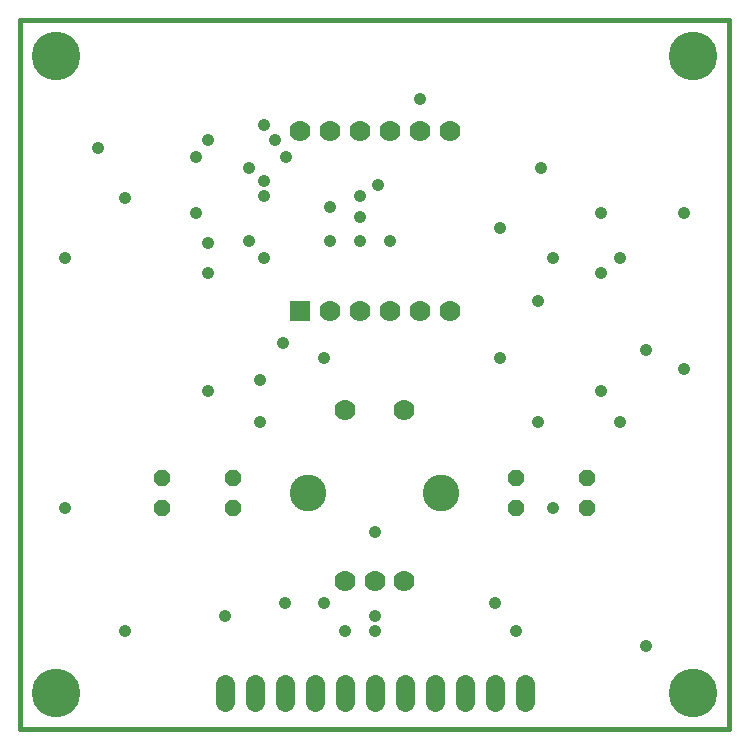
<source format=gts>
G75*
%MOIN*%
%OFA0B0*%
%FSLAX25Y25*%
%IPPOS*%
%LPD*%
%AMOC8*
5,1,8,0,0,1.08239X$1,22.5*
%
%ADD10C,0.01600*%
%ADD11C,0.07000*%
%ADD12C,0.12211*%
%ADD13R,0.07000X0.07000*%
%ADD14OC8,0.05600*%
%ADD15C,0.06400*%
%ADD16C,0.04239*%
%ADD17C,0.16211*%
D10*
X0001800Y0001800D02*
X0001800Y0238020D01*
X0238020Y0238020D01*
X0238020Y0001800D01*
X0001800Y0001800D01*
D11*
X0110068Y0051013D03*
X0119910Y0051013D03*
X0129753Y0051013D03*
X0129753Y0108099D03*
X0110068Y0108099D03*
X0114910Y0141091D03*
X0104910Y0141091D03*
X0124910Y0141091D03*
X0134910Y0141091D03*
X0144910Y0141091D03*
X0144910Y0201091D03*
X0134910Y0201091D03*
X0124910Y0201091D03*
X0114910Y0201091D03*
X0104910Y0201091D03*
X0094910Y0201091D03*
D12*
X0097863Y0080540D03*
X0141957Y0080540D03*
D13*
X0094910Y0141091D03*
D14*
X0072666Y0085540D03*
X0072666Y0075540D03*
X0049044Y0075540D03*
X0049044Y0085540D03*
X0167154Y0085540D03*
X0167154Y0075540D03*
X0190776Y0075540D03*
X0190776Y0085540D03*
D15*
X0169940Y0016739D02*
X0169940Y0010739D01*
X0159940Y0010739D02*
X0159940Y0016739D01*
X0149940Y0016739D02*
X0149940Y0010739D01*
X0139940Y0010739D02*
X0139940Y0016739D01*
X0129940Y0016739D02*
X0129940Y0010739D01*
X0119910Y0010611D02*
X0119910Y0016611D01*
X0109910Y0016611D02*
X0109910Y0010611D01*
X0099910Y0010611D02*
X0099910Y0016611D01*
X0089910Y0016611D02*
X0089910Y0010611D01*
X0079910Y0010611D02*
X0079910Y0016611D01*
X0069910Y0016611D02*
X0069910Y0010611D01*
D16*
X0069910Y0039300D03*
X0089910Y0043857D03*
X0103050Y0043857D03*
X0109910Y0034300D03*
X0119910Y0034300D03*
X0119910Y0039300D03*
X0119910Y0067410D03*
X0081800Y0103965D03*
X0081800Y0118050D03*
X0089300Y0130550D03*
X0103050Y0125550D03*
X0083050Y0158591D03*
X0078050Y0164300D03*
X0064300Y0163591D03*
X0064300Y0153591D03*
X0060550Y0173591D03*
X0078050Y0188591D03*
X0083050Y0184300D03*
X0083050Y0179359D03*
X0090550Y0192351D03*
X0086800Y0198050D03*
X0083050Y0203050D03*
X0064300Y0198050D03*
X0060550Y0192351D03*
X0036800Y0178591D03*
X0027830Y0195550D03*
X0016800Y0158591D03*
X0064300Y0114300D03*
X0016800Y0075550D03*
X0036800Y0034300D03*
X0159910Y0043857D03*
X0167154Y0034300D03*
X0179300Y0075540D03*
X0174300Y0103965D03*
X0195550Y0114300D03*
X0201800Y0103965D03*
X0223050Y0121800D03*
X0210550Y0128050D03*
X0195550Y0153572D03*
X0201800Y0158591D03*
X0195550Y0173591D03*
X0179300Y0158591D03*
X0174300Y0144300D03*
X0161800Y0125550D03*
X0124910Y0164398D03*
X0114930Y0164398D03*
X0114930Y0172272D03*
X0114910Y0179359D03*
X0121091Y0183050D03*
X0104910Y0175816D03*
X0104910Y0164398D03*
X0134910Y0211800D03*
X0175300Y0188591D03*
X0161800Y0168591D03*
X0223050Y0173591D03*
X0210550Y0029300D03*
D17*
X0226209Y0013611D03*
X0013611Y0013611D03*
X0013611Y0226209D03*
X0226209Y0226209D03*
M02*

</source>
